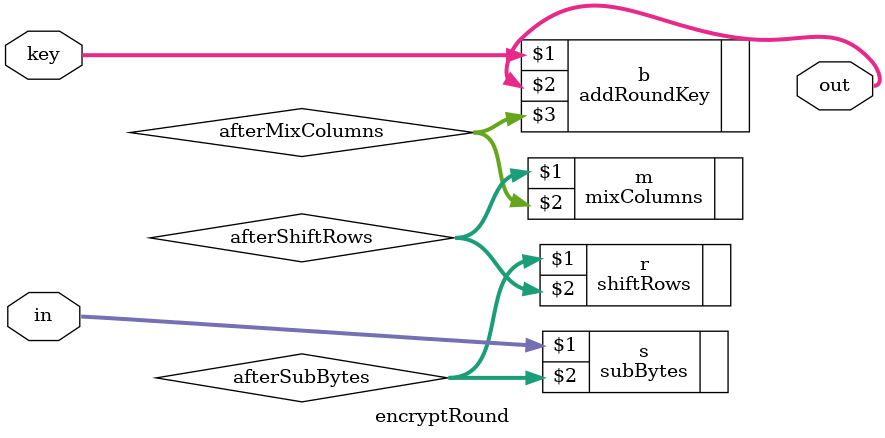
<source format=v>
module encryptRound(in,key,out);

  input [127:0] in;
  output [127:0] out;
  input [127:0] key;
  wire [127:0] afterSubBytes;
  wire [127:0] afterShiftRows;
  wire [127:0] afterMixColumns;
  wire [127:0] afterAddroundKey;

  subBytes s(in,afterSubBytes);
  shiftRows r(afterSubBytes,afterShiftRows);
  mixColumns m(afterShiftRows,afterMixColumns);
  addRoundKey b(key,out,afterMixColumns);

endmodule
</source>
